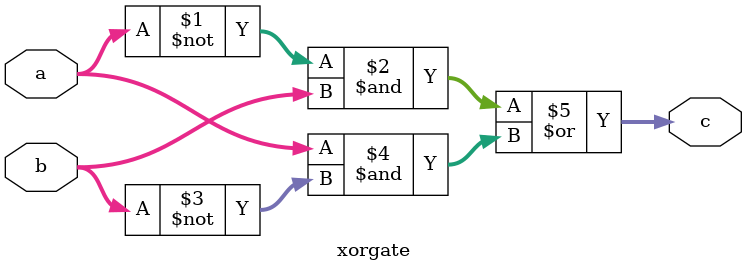
<source format=v>
`timescale 1ns / 1ps

module xorgate
#(parameter WIDTH=8)
(
    input [(WIDTH-1):0] a,
    input [(WIDTH-1):0] b,
    output [(WIDTH-1):0] c
    );
    
    assign c = (~a & b) | (a & ~b);
endmodule
</source>
